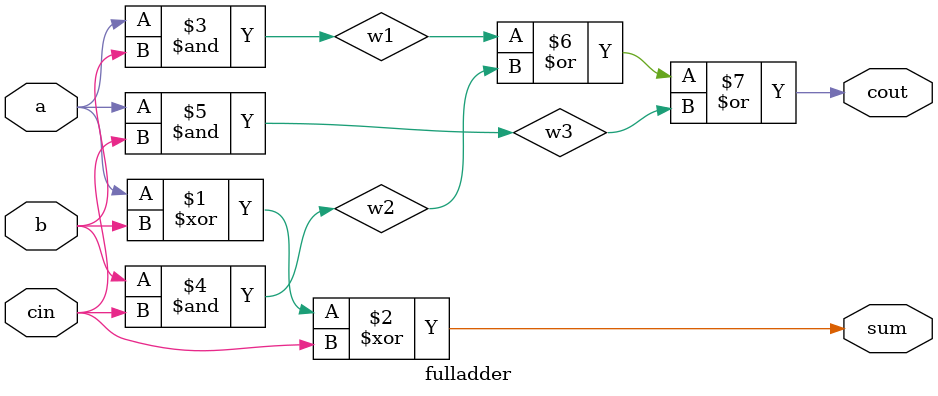
<source format=v>
module fulladder(a,b,cin,sum,cout);

input a,b,cin;
output sum,cout;
wire w1,w2,w3;
xor XOR2_1(sum,a,b,cin);
and AND2_1(w1,a,b);
and AND2_2(w2,b,cin);
and AND2_3(w3,a,cin);
or OR2_1(cout,w1,w2,w3);

    
endmodule
</source>
